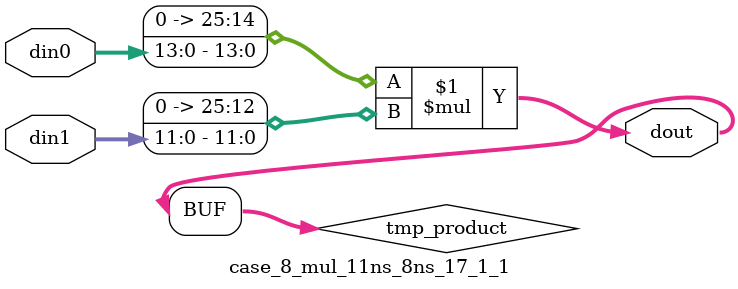
<source format=v>

`timescale 1 ns / 1 ps

 (* use_dsp = "no" *)  module case_8_mul_11ns_8ns_17_1_1(din0, din1, dout);
parameter ID = 1;
parameter NUM_STAGE = 0;
parameter din0_WIDTH = 14;
parameter din1_WIDTH = 12;
parameter dout_WIDTH = 26;

input [din0_WIDTH - 1 : 0] din0; 
input [din1_WIDTH - 1 : 0] din1; 
output [dout_WIDTH - 1 : 0] dout;

wire signed [dout_WIDTH - 1 : 0] tmp_product;
























assign tmp_product = $signed({1'b0, din0}) * $signed({1'b0, din1});











assign dout = tmp_product;





















endmodule

</source>
